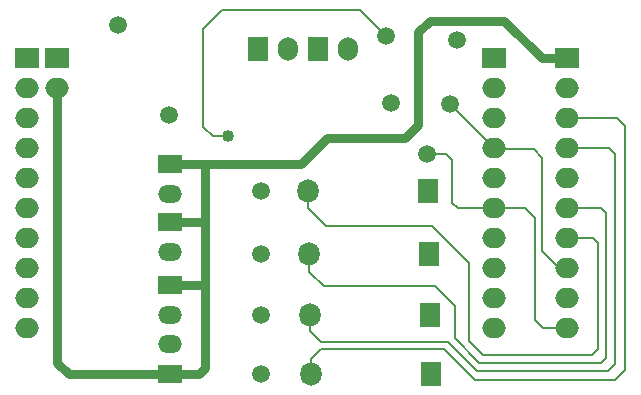
<source format=gbr>
G04 DipTrace 3.3.0.1*
G04 Bottom.gbr*
%MOMM*%
G04 #@! TF.FileFunction,Copper,L2,Bot*
G04 #@! TF.Part,Single*
G04 #@! TA.AperFunction,Conductor*
%ADD13C,0.2*%
%ADD14C,0.8*%
G04 #@! TA.AperFunction,ComponentPad*
%ADD16R,1.8X2.0*%
%ADD17O,1.8X2.0*%
%ADD18O,2.0X1.5*%
%ADD19R,2.0X1.5*%
%ADD20R,2.0X1.7*%
%ADD21O,2.0X1.7*%
%ADD22C,1.5*%
%ADD23R,1.7X2.0*%
%ADD24O,1.7X2.0*%
G04 #@! TA.AperFunction,ViaPad*
%ADD25C,1.016*%
%FSLAX35Y35*%
G04*
G71*
G90*
G75*
G01*
G04 Bottom*
%LPD*%
X1824000Y3669000D2*
D14*
Y1344000D1*
X1922000Y1246000D1*
X2780000D1*
X3024000D1*
X3080000Y1302000D1*
Y2005383D1*
Y2534317D1*
Y3030000D1*
X3890000D1*
X4110000Y3250000D1*
X4770000D1*
X4880000Y3360000D1*
Y4140000D1*
X4980000Y4240000D1*
X5610000D1*
X5927000Y3923000D1*
X6140000D1*
X3080000Y2005383D2*
X2781383D1*
X2780000Y2004000D1*
X3080000Y3030000D2*
X2786000D1*
X2780000Y3024000D1*
X3080000Y2534317D2*
X2780317D1*
X2780000Y2534000D1*
X6140000Y2145000D2*
D13*
X6075000D1*
X5930000Y2290000D1*
Y3080000D1*
X5860000Y3150000D1*
X5531000D1*
X5520000Y3161000D1*
X5519000D1*
X5150000Y3530000D1*
X6140000Y1637000D2*
X5937000D1*
X5870000Y1704000D1*
Y2570000D1*
X5787000Y2653000D1*
X5520000D1*
X4960000Y3110000D2*
X5120000D1*
X5170000Y3060000D1*
Y2700000D1*
X5217000Y2653000D1*
X5520000D1*
X3950000Y2800000D2*
Y2650000D1*
X4100000Y2500000D1*
X5000000D1*
X5310000Y2190000D1*
Y1530000D1*
X5430000Y1410000D1*
X6350000D1*
X6400000Y1460000D1*
Y2360000D1*
X6361000Y2399000D1*
X6140000D1*
X3974000Y1250000D2*
Y1374000D1*
X4060000Y1460000D1*
X5100000D1*
X5360000Y1200000D1*
X6550000D1*
X6630000Y1280000D1*
Y3350000D1*
X6565000Y3415000D1*
X6140000D1*
X3964000Y1750000D2*
Y1616000D1*
X4060000Y1520000D1*
X5130000D1*
X5380000Y1270000D1*
X6490000D1*
X6550000Y1330000D1*
Y3110000D1*
X6499000Y3161000D1*
X6140000D1*
X3960000Y2260000D2*
Y2110000D1*
X4080000Y1990000D1*
X5020000D1*
X5190000Y1820000D1*
Y1550000D1*
X5400000Y1340000D1*
X6430000D1*
X6470000Y1380000D1*
Y2610000D1*
X6427000Y2653000D1*
X6140000D1*
X3270000Y3260000D2*
X3140000D1*
X3060000Y3340000D1*
Y4170000D1*
X3220000Y4330000D1*
X4390000D1*
X4610000Y4110000D1*
D25*
X3270000Y3260000D3*
D16*
X4990000Y1250000D3*
D17*
X3974000D3*
D16*
X4980000Y1750000D3*
D17*
X3964000D3*
D16*
X4976000Y2260000D3*
D17*
X3960000D3*
D16*
X4966000Y2800000D3*
D17*
X3950000D3*
D18*
X2780000Y1500000D3*
D19*
Y1246000D3*
D20*
X1570000Y3923000D3*
D21*
Y3669000D3*
Y3415000D3*
Y3161000D3*
Y2907000D3*
Y2653000D3*
Y2399000D3*
Y2145000D3*
Y1891000D3*
Y1637000D3*
D20*
X6140000Y3923000D3*
D21*
Y3669000D3*
Y3415000D3*
Y3161000D3*
Y2907000D3*
Y2653000D3*
Y2399000D3*
Y2145000D3*
Y1891000D3*
Y1637000D3*
D20*
X1824000Y3923000D3*
D21*
Y3669000D3*
D20*
X5520000Y3923000D3*
D21*
Y3669000D3*
Y3415000D3*
Y3161000D3*
Y2907000D3*
Y2653000D3*
Y2399000D3*
Y2145000D3*
Y1891000D3*
Y1637000D3*
D18*
X2780000Y2280000D3*
D19*
Y2534000D3*
D18*
Y2770000D3*
D19*
Y3024000D3*
D22*
X2770000Y3440000D3*
X2340000Y4200000D3*
X4610000Y4110000D3*
X4650000Y3540000D3*
X3550000Y1250000D3*
Y1750000D3*
X4960000Y3110000D3*
X3550000Y2260000D3*
X5150000Y3530000D3*
X3550000Y2800000D3*
X5210000Y4073000D3*
D23*
X3526000Y4003000D3*
D24*
X3780000D3*
D23*
X4034000D3*
D24*
X4288000D3*
D18*
X2780000Y1750000D3*
D19*
Y2004000D3*
M02*

</source>
